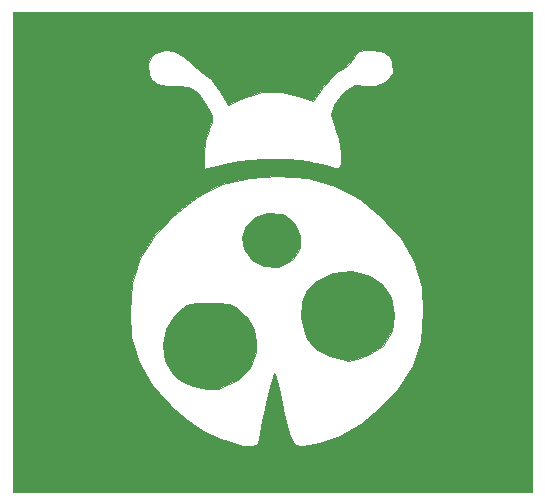
<source format=gbr>
G04 #@! TF.FileFunction,Legend,Bot*
%FSLAX46Y46*%
G04 Gerber Fmt 4.6, Leading zero omitted, Abs format (unit mm)*
G04 Created by KiCad (PCBNEW 4.0.6) date 11/09/17 14:44:06*
%MOMM*%
%LPD*%
G01*
G04 APERTURE LIST*
%ADD10C,0.100000*%
%ADD11C,0.010000*%
G04 APERTURE END LIST*
D10*
D11*
G36*
X118113432Y-102997000D02*
X162048567Y-102997000D01*
X162048567Y-87757000D01*
X152844956Y-87757000D01*
X152628335Y-90237162D01*
X151944039Y-92359398D01*
X150719945Y-94284769D01*
X149206983Y-95881487D01*
X147542946Y-97210890D01*
X145797854Y-98239284D01*
X144120904Y-98895202D01*
X142661292Y-99107177D01*
X142491868Y-99098120D01*
X142094170Y-99021876D01*
X141802100Y-98792636D01*
X141560490Y-98293997D01*
X141314169Y-97409559D01*
X141007967Y-96022918D01*
X140986769Y-95922550D01*
X140701304Y-94630288D01*
X140454257Y-93623561D01*
X140278151Y-93028817D01*
X140215568Y-92924191D01*
X140087458Y-93274854D01*
X139876176Y-94073613D01*
X139621591Y-95143844D01*
X139363573Y-96308928D01*
X139141991Y-97392240D01*
X138996714Y-98217161D01*
X138967006Y-98455344D01*
X138810946Y-98945284D01*
X138387241Y-99149249D01*
X137592589Y-99068671D01*
X136323683Y-98704983D01*
X135717525Y-98500409D01*
X134215240Y-97834143D01*
X132759028Y-96846673D01*
X131641503Y-95881034D01*
X129887471Y-93982400D01*
X128739675Y-92031239D01*
X128127228Y-89870501D01*
X127974618Y-87757000D01*
X128188606Y-85295458D01*
X128877827Y-83176682D01*
X130113168Y-81243620D01*
X131641503Y-79632965D01*
X133694080Y-78010485D01*
X135803443Y-76948774D01*
X138139376Y-76382260D01*
X140424243Y-76241096D01*
X143085369Y-76439035D01*
X145375938Y-77076564D01*
X147465734Y-78219255D01*
X149206983Y-79632965D01*
X150951845Y-81522778D01*
X152091275Y-83466535D01*
X152696753Y-85623861D01*
X152844956Y-87757000D01*
X162048567Y-87757000D01*
X162048567Y-67509625D01*
X150251212Y-67509625D01*
X149771614Y-68230118D01*
X148858884Y-68601180D01*
X148033759Y-68592723D01*
X147092952Y-68574732D01*
X146368238Y-68955226D01*
X146067109Y-69233862D01*
X145260696Y-70229575D01*
X145030643Y-71120745D01*
X145336409Y-72081399D01*
X145383585Y-72167864D01*
X145737186Y-73132173D01*
X145912106Y-74259783D01*
X145916135Y-74427628D01*
X145883175Y-75244886D01*
X145715527Y-75571797D01*
X145310040Y-75552344D01*
X145143838Y-75505627D01*
X144264700Y-75271909D01*
X143205911Y-75023340D01*
X143170189Y-75015556D01*
X141397984Y-74794702D01*
X139312089Y-74780201D01*
X137244939Y-74963872D01*
X136047892Y-75190780D01*
X134245865Y-75634524D01*
X134245865Y-74377495D01*
X134371265Y-73309117D01*
X134678073Y-72353870D01*
X134727084Y-72259683D01*
X134983600Y-71683227D01*
X134957668Y-71166349D01*
X134607894Y-70467455D01*
X134348987Y-70052950D01*
X133739575Y-69261366D01*
X133157122Y-68763384D01*
X132923849Y-68679648D01*
X132196760Y-68646066D01*
X131213278Y-68602313D01*
X131166620Y-68600273D01*
X130282612Y-68457389D01*
X129801877Y-68021026D01*
X129635206Y-67658370D01*
X129505958Y-66644585D01*
X129962284Y-65932035D01*
X130960374Y-65587919D01*
X131736826Y-65664875D01*
X132545717Y-66141651D01*
X133087547Y-66619794D01*
X133824110Y-67274954D01*
X134378627Y-67684857D01*
X134542426Y-67754500D01*
X134854442Y-68006352D01*
X135334297Y-68641717D01*
X135556539Y-68989846D01*
X136307138Y-70225192D01*
X137580158Y-69624846D01*
X139211728Y-69116397D01*
X140918618Y-69146993D01*
X142243712Y-69482818D01*
X143548316Y-69913265D01*
X144376107Y-68700308D01*
X145022493Y-67914391D01*
X145659816Y-67385320D01*
X145851170Y-67297322D01*
X146472717Y-66879383D01*
X146895802Y-66300592D01*
X147275035Y-65762840D01*
X147852834Y-65573847D01*
X148572045Y-65592320D01*
X149496379Y-65758640D01*
X149994365Y-66170444D01*
X150177218Y-66554260D01*
X150251212Y-67509625D01*
X162048567Y-67509625D01*
X162048567Y-62357000D01*
X118113432Y-62357000D01*
X118113432Y-102997000D01*
X118113432Y-102997000D01*
G37*
X118113432Y-102997000D02*
X162048567Y-102997000D01*
X162048567Y-87757000D01*
X152844956Y-87757000D01*
X152628335Y-90237162D01*
X151944039Y-92359398D01*
X150719945Y-94284769D01*
X149206983Y-95881487D01*
X147542946Y-97210890D01*
X145797854Y-98239284D01*
X144120904Y-98895202D01*
X142661292Y-99107177D01*
X142491868Y-99098120D01*
X142094170Y-99021876D01*
X141802100Y-98792636D01*
X141560490Y-98293997D01*
X141314169Y-97409559D01*
X141007967Y-96022918D01*
X140986769Y-95922550D01*
X140701304Y-94630288D01*
X140454257Y-93623561D01*
X140278151Y-93028817D01*
X140215568Y-92924191D01*
X140087458Y-93274854D01*
X139876176Y-94073613D01*
X139621591Y-95143844D01*
X139363573Y-96308928D01*
X139141991Y-97392240D01*
X138996714Y-98217161D01*
X138967006Y-98455344D01*
X138810946Y-98945284D01*
X138387241Y-99149249D01*
X137592589Y-99068671D01*
X136323683Y-98704983D01*
X135717525Y-98500409D01*
X134215240Y-97834143D01*
X132759028Y-96846673D01*
X131641503Y-95881034D01*
X129887471Y-93982400D01*
X128739675Y-92031239D01*
X128127228Y-89870501D01*
X127974618Y-87757000D01*
X128188606Y-85295458D01*
X128877827Y-83176682D01*
X130113168Y-81243620D01*
X131641503Y-79632965D01*
X133694080Y-78010485D01*
X135803443Y-76948774D01*
X138139376Y-76382260D01*
X140424243Y-76241096D01*
X143085369Y-76439035D01*
X145375938Y-77076564D01*
X147465734Y-78219255D01*
X149206983Y-79632965D01*
X150951845Y-81522778D01*
X152091275Y-83466535D01*
X152696753Y-85623861D01*
X152844956Y-87757000D01*
X162048567Y-87757000D01*
X162048567Y-67509625D01*
X150251212Y-67509625D01*
X149771614Y-68230118D01*
X148858884Y-68601180D01*
X148033759Y-68592723D01*
X147092952Y-68574732D01*
X146368238Y-68955226D01*
X146067109Y-69233862D01*
X145260696Y-70229575D01*
X145030643Y-71120745D01*
X145336409Y-72081399D01*
X145383585Y-72167864D01*
X145737186Y-73132173D01*
X145912106Y-74259783D01*
X145916135Y-74427628D01*
X145883175Y-75244886D01*
X145715527Y-75571797D01*
X145310040Y-75552344D01*
X145143838Y-75505627D01*
X144264700Y-75271909D01*
X143205911Y-75023340D01*
X143170189Y-75015556D01*
X141397984Y-74794702D01*
X139312089Y-74780201D01*
X137244939Y-74963872D01*
X136047892Y-75190780D01*
X134245865Y-75634524D01*
X134245865Y-74377495D01*
X134371265Y-73309117D01*
X134678073Y-72353870D01*
X134727084Y-72259683D01*
X134983600Y-71683227D01*
X134957668Y-71166349D01*
X134607894Y-70467455D01*
X134348987Y-70052950D01*
X133739575Y-69261366D01*
X133157122Y-68763384D01*
X132923849Y-68679648D01*
X132196760Y-68646066D01*
X131213278Y-68602313D01*
X131166620Y-68600273D01*
X130282612Y-68457389D01*
X129801877Y-68021026D01*
X129635206Y-67658370D01*
X129505958Y-66644585D01*
X129962284Y-65932035D01*
X130960374Y-65587919D01*
X131736826Y-65664875D01*
X132545717Y-66141651D01*
X133087547Y-66619794D01*
X133824110Y-67274954D01*
X134378627Y-67684857D01*
X134542426Y-67754500D01*
X134854442Y-68006352D01*
X135334297Y-68641717D01*
X135556539Y-68989846D01*
X136307138Y-70225192D01*
X137580158Y-69624846D01*
X139211728Y-69116397D01*
X140918618Y-69146993D01*
X142243712Y-69482818D01*
X143548316Y-69913265D01*
X144376107Y-68700308D01*
X145022493Y-67914391D01*
X145659816Y-67385320D01*
X145851170Y-67297322D01*
X146472717Y-66879383D01*
X146895802Y-66300592D01*
X147275035Y-65762840D01*
X147852834Y-65573847D01*
X148572045Y-65592320D01*
X149496379Y-65758640D01*
X149994365Y-66170444D01*
X150177218Y-66554260D01*
X150251212Y-67509625D01*
X162048567Y-67509625D01*
X162048567Y-62357000D01*
X118113432Y-62357000D01*
X118113432Y-102997000D01*
G36*
X133593134Y-87001493D02*
X132839868Y-87179688D01*
X132230481Y-87593033D01*
X131815006Y-88000134D01*
X131064377Y-89182457D01*
X130800437Y-90537170D01*
X131006231Y-91880480D01*
X131664807Y-93028598D01*
X132330153Y-93584659D01*
X133341103Y-94012402D01*
X134506465Y-94257390D01*
X135485932Y-94253791D01*
X135618838Y-94220856D01*
X137197355Y-93510325D01*
X138189944Y-92506920D01*
X138655012Y-91136844D01*
X138708027Y-90317776D01*
X138532982Y-89194522D01*
X137910206Y-88220052D01*
X137706453Y-88000134D01*
X137052264Y-87397115D01*
X136418762Y-87087173D01*
X135535497Y-86975110D01*
X134760730Y-86963250D01*
X133593134Y-87001493D01*
X133593134Y-87001493D01*
G37*
X133593134Y-87001493D02*
X132839868Y-87179688D01*
X132230481Y-87593033D01*
X131815006Y-88000134D01*
X131064377Y-89182457D01*
X130800437Y-90537170D01*
X131006231Y-91880480D01*
X131664807Y-93028598D01*
X132330153Y-93584659D01*
X133341103Y-94012402D01*
X134506465Y-94257390D01*
X135485932Y-94253791D01*
X135618838Y-94220856D01*
X137197355Y-93510325D01*
X138189944Y-92506920D01*
X138655012Y-91136844D01*
X138708027Y-90317776D01*
X138532982Y-89194522D01*
X137910206Y-88220052D01*
X137706453Y-88000134D01*
X137052264Y-87397115D01*
X136418762Y-87087173D01*
X135535497Y-86975110D01*
X134760730Y-86963250D01*
X133593134Y-87001493D01*
G36*
X145214924Y-84477153D02*
X143821609Y-85138598D01*
X143019404Y-85920832D01*
X142592149Y-86946393D01*
X142520129Y-88245528D01*
X142803215Y-89548516D01*
X143021365Y-90020278D01*
X143800536Y-90858748D01*
X144962342Y-91525723D01*
X146203018Y-91859767D01*
X146505786Y-91872072D01*
X147245316Y-91739425D01*
X148163554Y-91438169D01*
X149411417Y-90614315D01*
X150161247Y-89378758D01*
X150378297Y-87997566D01*
X150121671Y-86507700D01*
X149324638Y-85388931D01*
X148315047Y-84738936D01*
X146775610Y-84329900D01*
X145214924Y-84477153D01*
X145214924Y-84477153D01*
G37*
X145214924Y-84477153D02*
X143821609Y-85138598D01*
X143019404Y-85920832D01*
X142592149Y-86946393D01*
X142520129Y-88245528D01*
X142803215Y-89548516D01*
X143021365Y-90020278D01*
X143800536Y-90858748D01*
X144962342Y-91525723D01*
X146203018Y-91859767D01*
X146505786Y-91872072D01*
X147245316Y-91739425D01*
X148163554Y-91438169D01*
X149411417Y-90614315D01*
X150161247Y-89378758D01*
X150378297Y-87997566D01*
X150121671Y-86507700D01*
X149324638Y-85388931D01*
X148315047Y-84738936D01*
X146775610Y-84329900D01*
X145214924Y-84477153D01*
G36*
X138620261Y-79719716D02*
X137847684Y-80468432D01*
X137493765Y-81459276D01*
X137646367Y-82440565D01*
X138337554Y-83349940D01*
X139367933Y-83856095D01*
X140524264Y-83914261D01*
X141593307Y-83479671D01*
X141797216Y-83312000D01*
X142391769Y-82367775D01*
X142442878Y-81299055D01*
X141998938Y-80303086D01*
X141108349Y-79577116D01*
X140855125Y-79472464D01*
X139669930Y-79344077D01*
X138620261Y-79719716D01*
X138620261Y-79719716D01*
G37*
X138620261Y-79719716D02*
X137847684Y-80468432D01*
X137493765Y-81459276D01*
X137646367Y-82440565D01*
X138337554Y-83349940D01*
X139367933Y-83856095D01*
X140524264Y-83914261D01*
X141593307Y-83479671D01*
X141797216Y-83312000D01*
X142391769Y-82367775D01*
X142442878Y-81299055D01*
X141998938Y-80303086D01*
X141108349Y-79577116D01*
X140855125Y-79472464D01*
X139669930Y-79344077D01*
X138620261Y-79719716D01*
M02*

</source>
